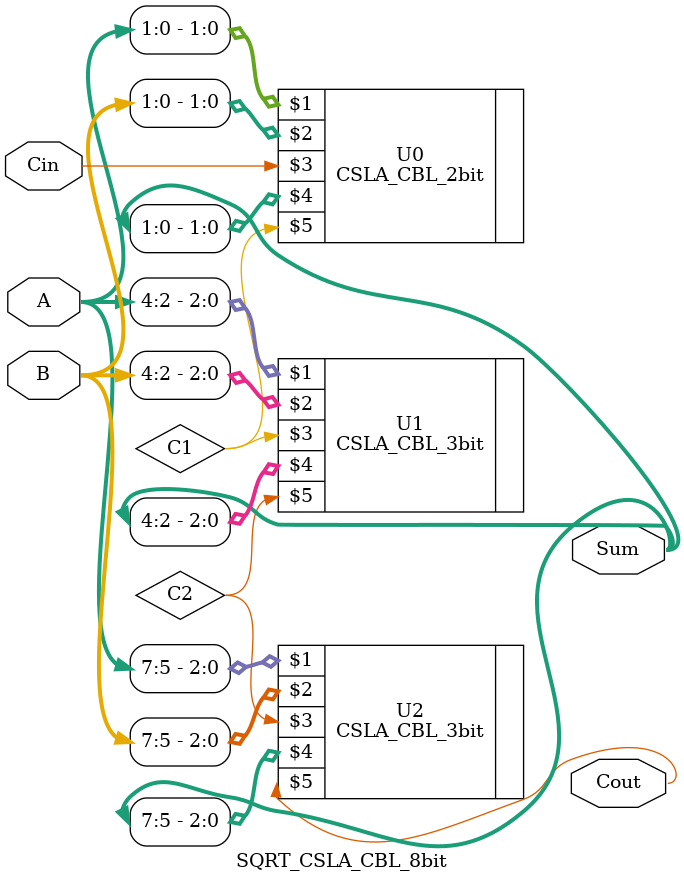
<source format=v>
module SQRT_CSLA_CBL_8bit (
    input [7:0] A, B,
    input Cin,
    output [7:0] Sum,
    output Cout
);
    wire C1, C2, C3;  // Internal carry signals

    // First 2-bit adder
    CSLA_CBL_2bit U0 (A[1:0], B[1:0], Cin, Sum[1:0], C1);
    
    // Next 3-bit adder
    CSLA_CBL_3bit U1 (A[4:2], B[4:2], C1, Sum[4:2], C2);
    
    // Next 3-bit adder
    CSLA_CBL_3bit U2 (A[7:5], B[7:5], C2, Sum[7:5], Cout);

endmodule
</source>
